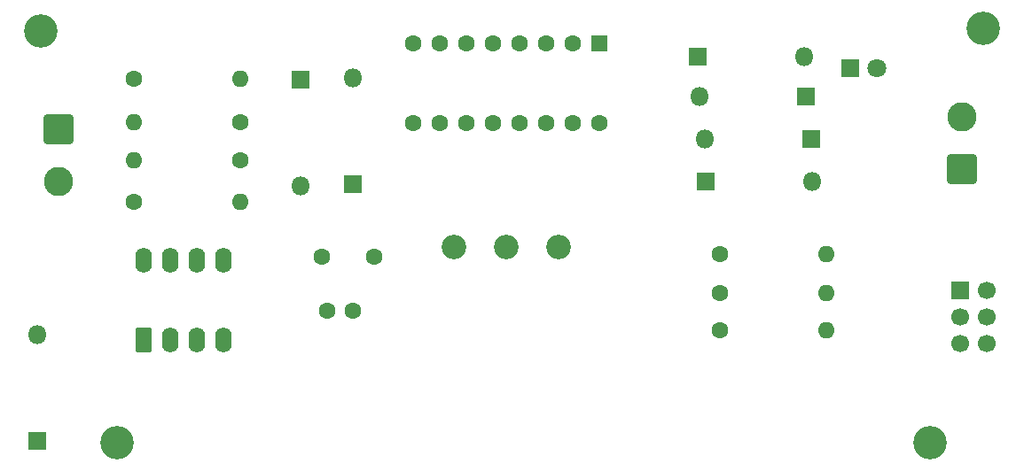
<source format=gbr>
%TF.GenerationSoftware,KiCad,Pcbnew,9.0.2*%
%TF.CreationDate,2025-06-20T16:24:45-04:00*%
%TF.ProjectId,fps555-v5.2,66707335-3535-42d7-9635-2e322e6b6963,rev?*%
%TF.SameCoordinates,Original*%
%TF.FileFunction,Soldermask,Top*%
%TF.FilePolarity,Negative*%
%FSLAX46Y46*%
G04 Gerber Fmt 4.6, Leading zero omitted, Abs format (unit mm)*
G04 Created by KiCad (PCBNEW 9.0.2) date 2025-06-20 16:24:45*
%MOMM*%
%LPD*%
G01*
G04 APERTURE LIST*
G04 Aperture macros list*
%AMRoundRect*
0 Rectangle with rounded corners*
0 $1 Rounding radius*
0 $2 $3 $4 $5 $6 $7 $8 $9 X,Y pos of 4 corners*
0 Add a 4 corners polygon primitive as box body*
4,1,4,$2,$3,$4,$5,$6,$7,$8,$9,$2,$3,0*
0 Add four circle primitives for the rounded corners*
1,1,$1+$1,$2,$3*
1,1,$1+$1,$4,$5*
1,1,$1+$1,$6,$7*
1,1,$1+$1,$8,$9*
0 Add four rect primitives between the rounded corners*
20,1,$1+$1,$2,$3,$4,$5,0*
20,1,$1+$1,$4,$5,$6,$7,0*
20,1,$1+$1,$6,$7,$8,$9,0*
20,1,$1+$1,$8,$9,$2,$3,0*%
G04 Aperture macros list end*
%ADD10R,1.700000X1.700000*%
%ADD11C,1.700000*%
%ADD12C,3.200000*%
%ADD13C,1.600000*%
%ADD14R,1.800000X1.800000*%
%ADD15O,1.800000X1.800000*%
%ADD16RoundRect,0.250000X0.550000X-0.950000X0.550000X0.950000X-0.550000X0.950000X-0.550000X-0.950000X0*%
%ADD17O,1.600000X2.400000*%
%ADD18O,1.600000X1.600000*%
%ADD19C,1.800000*%
%ADD20RoundRect,0.250001X1.149999X-1.149999X1.149999X1.149999X-1.149999X1.149999X-1.149999X-1.149999X0*%
%ADD21C,2.800000*%
%ADD22RoundRect,0.250000X-0.550000X0.550000X-0.550000X-0.550000X0.550000X-0.550000X0.550000X0.550000X0*%
%ADD23RoundRect,0.250001X-1.149999X1.149999X-1.149999X-1.149999X1.149999X-1.149999X1.149999X1.149999X0*%
%ADD24C,2.340000*%
G04 APERTURE END LIST*
D10*
%TO.C,U3*%
X145413900Y-80159000D03*
D11*
X147953900Y-80159000D03*
X145413900Y-82699000D03*
X147953900Y-82699000D03*
X145413900Y-85239000D03*
X147953900Y-85239000D03*
%TD*%
D12*
%TO.C,H4*%
X147625922Y-55041714D03*
%TD*%
%TO.C,H3*%
X142573758Y-94719688D03*
%TD*%
%TO.C,H2*%
X64942934Y-94718908D03*
%TD*%
%TO.C,H1*%
X57672751Y-55288161D03*
%TD*%
D13*
%TO.C,C2*%
X89503900Y-76899000D03*
X84503900Y-76899000D03*
%TD*%
D14*
%TO.C,D6*%
X120394639Y-57737081D03*
D15*
X130554639Y-57737081D03*
%TD*%
D16*
%TO.C,U1*%
X67453900Y-84899000D03*
D17*
X69993900Y-84899000D03*
X72533900Y-84899000D03*
X75073900Y-84899000D03*
X75073900Y-77279000D03*
X72533900Y-77279000D03*
X69993900Y-77279000D03*
X67453900Y-77279000D03*
%TD*%
D14*
%TO.C,D7*%
X130701552Y-61617072D03*
D15*
X120541552Y-61617072D03*
%TD*%
D13*
%TO.C,R5*%
X122453900Y-80399000D03*
D18*
X132613900Y-80399000D03*
%TD*%
D14*
%TO.C,D1*%
X134913900Y-58899000D03*
D19*
X137453900Y-58899000D03*
%TD*%
D13*
%TO.C,C1*%
X84953900Y-82032326D03*
X87453900Y-82032326D03*
%TD*%
D20*
%TO.C,M1*%
X145639567Y-68551775D03*
D21*
X145639567Y-63551775D03*
%TD*%
D13*
%TO.C,R4*%
X66497108Y-71666498D03*
D18*
X76657108Y-71666498D03*
%TD*%
D13*
%TO.C,R2*%
X66497108Y-59899000D03*
D18*
X76657108Y-59899000D03*
%TD*%
D14*
%TO.C,D2*%
X82453900Y-59979000D03*
D15*
X82453900Y-70139000D03*
%TD*%
D22*
%TO.C,U2*%
X110941579Y-56485660D03*
D13*
X108401579Y-56485660D03*
X105861579Y-56485660D03*
X103321579Y-56485660D03*
X100781579Y-56485660D03*
X98241579Y-56485660D03*
X95701579Y-56485660D03*
X93161579Y-56485660D03*
X93161579Y-64105660D03*
X95701579Y-64105660D03*
X98241579Y-64105660D03*
X100781579Y-64105660D03*
X103321579Y-64105660D03*
X105861579Y-64105660D03*
X108401579Y-64105660D03*
X110941579Y-64105660D03*
%TD*%
D14*
%TO.C,D8*%
X57259245Y-94519000D03*
D15*
X57259245Y-84359000D03*
%TD*%
D14*
%TO.C,D4*%
X121158586Y-69666418D03*
D15*
X131318586Y-69666418D03*
%TD*%
D13*
%TO.C,R6*%
X122453900Y-76659568D03*
D18*
X132613900Y-76659568D03*
%TD*%
D13*
%TO.C,R1*%
X76657108Y-64070328D03*
D18*
X66497108Y-64070328D03*
%TD*%
D13*
%TO.C,R7*%
X122453900Y-83899000D03*
D18*
X132613900Y-83899000D03*
%TD*%
D14*
%TO.C,D5*%
X131178053Y-65670384D03*
D15*
X121018053Y-65670384D03*
%TD*%
D23*
%TO.C,J1*%
X59332944Y-64693835D03*
D21*
X59332944Y-69693835D03*
%TD*%
D13*
%TO.C,R3*%
X76657108Y-67666498D03*
D18*
X66497108Y-67666498D03*
%TD*%
D24*
%TO.C,RV1*%
X97074328Y-75930214D03*
X102074328Y-75930214D03*
X107074328Y-75930214D03*
%TD*%
D14*
%TO.C,D3*%
X87453900Y-69979000D03*
D15*
X87453900Y-59819000D03*
%TD*%
M02*

</source>
